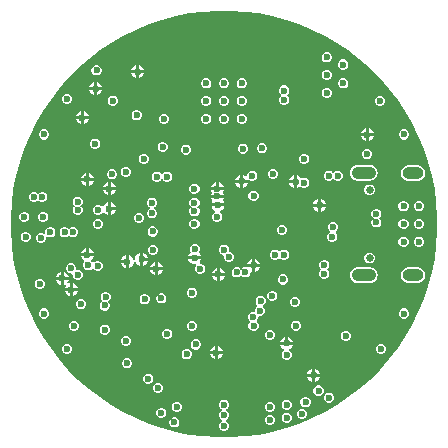
<source format=gbr>
%TF.GenerationSoftware,Altium Limited,Altium Designer,22.4.2 (48)*%
G04 Layer_Physical_Order=2*
G04 Layer_Color=16777062*
%FSLAX26Y26*%
%MOIN*%
%TF.SameCoordinates,E4631C7E-FC5E-4278-A014-371310923930*%
%TF.FilePolarity,Positive*%
%TF.FileFunction,Copper,L2,Inr,Signal*%
%TF.Part,Single*%
G01*
G75*
%TA.AperFunction,ComponentPad*%
%ADD52C,0.025591*%
%ADD53O,0.082677X0.041339*%
%ADD54O,0.070866X0.039370*%
%TA.AperFunction,ViaPad*%
%ADD55C,0.023622*%
G36*
X69740Y708081D02*
X115901Y702004D01*
X161566Y692920D01*
X206540Y680870D01*
X250628Y665904D01*
X293644Y648086D01*
X335402Y627493D01*
X375724Y604213D01*
X414437Y578346D01*
X451375Y550002D01*
X486381Y519303D01*
X519303Y486381D01*
X550002Y451375D01*
X578346Y414437D01*
X604213Y375724D01*
X627493Y335402D01*
X648086Y293644D01*
X665904Y250628D01*
X680870Y206540D01*
X692920Y161566D01*
X702004Y115901D01*
X708081Y69740D01*
X711126Y23280D01*
Y-23280D01*
X708081Y-69740D01*
X702004Y-115901D01*
X692920Y-161566D01*
X680870Y-206540D01*
X665904Y-250628D01*
X648086Y-293644D01*
X627493Y-335402D01*
X604213Y-375724D01*
X578346Y-414437D01*
X550002Y-451375D01*
X519303Y-486381D01*
X486381Y-519303D01*
X451375Y-550002D01*
X414437Y-578346D01*
X375724Y-604213D01*
X335402Y-627493D01*
X293644Y-648086D01*
X250628Y-665904D01*
X206540Y-680870D01*
X161566Y-692920D01*
X115901Y-702004D01*
X69740Y-708081D01*
X23280Y-711126D01*
X-23280D01*
X-69740Y-708081D01*
X-115901Y-702004D01*
X-161566Y-692920D01*
X-206540Y-680870D01*
X-250628Y-665904D01*
X-293644Y-648086D01*
X-335402Y-627493D01*
X-375724Y-604213D01*
X-414437Y-578346D01*
X-451375Y-550002D01*
X-486381Y-519303D01*
X-519303Y-486381D01*
X-550002Y-451375D01*
X-578346Y-414437D01*
X-604213Y-375724D01*
X-627493Y-335402D01*
X-648086Y-293644D01*
X-665904Y-250628D01*
X-680870Y-206540D01*
X-692920Y-161566D01*
X-702004Y-115901D01*
X-708081Y-69740D01*
X-711126Y-23280D01*
Y23280D01*
X-708081Y69740D01*
X-702004Y115901D01*
X-692920Y161566D01*
X-680870Y206540D01*
X-665904Y250628D01*
X-648086Y293644D01*
X-627493Y335402D01*
X-604213Y375724D01*
X-578346Y414437D01*
X-550002Y451375D01*
X-519303Y486381D01*
X-486381Y519303D01*
X-451375Y550002D01*
X-414437Y578346D01*
X-375724Y604213D01*
X-335402Y627493D01*
X-293644Y648086D01*
X-250628Y665904D01*
X-206540Y680870D01*
X-161566Y692920D01*
X-115901Y702004D01*
X-69740Y708081D01*
X-23280Y711126D01*
X23280D01*
X69740Y708081D01*
D02*
G37*
%LPC*%
G36*
X345864Y571929D02*
X339176D01*
X332997Y569370D01*
X328268Y564641D01*
X325709Y558462D01*
Y551774D01*
X328268Y545596D01*
X332997Y540866D01*
X339176Y538307D01*
X345864D01*
X352042Y540866D01*
X356771Y545596D01*
X359331Y551774D01*
Y558462D01*
X356771Y564641D01*
X352042Y569370D01*
X345864Y571929D01*
D02*
G37*
G36*
X400982Y548307D02*
X394294D01*
X388115Y545748D01*
X383386Y541019D01*
X380827Y534840D01*
Y528152D01*
X383386Y521973D01*
X388115Y517245D01*
X394294Y514685D01*
X400982D01*
X407160Y517245D01*
X411889Y521973D01*
X414449Y528152D01*
Y534840D01*
X411889Y541019D01*
X407160Y545748D01*
X400982Y548307D01*
D02*
G37*
G36*
X-282402Y529411D02*
Y512874D01*
X-265865D01*
X-268911Y520229D01*
X-275047Y526365D01*
X-282402Y529411D01*
D02*
G37*
G36*
X-292402D02*
X-299757Y526365D01*
X-305892Y520229D01*
X-308939Y512874D01*
X-292402D01*
Y529411D01*
D02*
G37*
G36*
X-421656Y528811D02*
X-428344D01*
X-434523Y526252D01*
X-439252Y521523D01*
X-441811Y515344D01*
Y508656D01*
X-439252Y502477D01*
X-434523Y497748D01*
X-428344Y495189D01*
X-421656D01*
X-415477Y497748D01*
X-410748Y502477D01*
X-408189Y508656D01*
Y515344D01*
X-410748Y521523D01*
X-415477Y526252D01*
X-421656Y528811D01*
D02*
G37*
G36*
X-265865Y502874D02*
X-282402D01*
Y486337D01*
X-275047Y489384D01*
X-268911Y495519D01*
X-265865Y502874D01*
D02*
G37*
G36*
X-292402D02*
X-308939D01*
X-305892Y495519D01*
X-299757Y489384D01*
X-292402Y486337D01*
Y502874D01*
D02*
G37*
G36*
X345864Y512874D02*
X339176D01*
X332997Y510315D01*
X328268Y505586D01*
X325709Y499407D01*
Y492719D01*
X328268Y486540D01*
X332997Y481811D01*
X339176Y479252D01*
X345864D01*
X352042Y481811D01*
X356771Y486540D01*
X359331Y492719D01*
Y499407D01*
X356771Y505586D01*
X352042Y510315D01*
X345864Y512874D01*
D02*
G37*
G36*
X-423000Y472537D02*
Y456000D01*
X-406463D01*
X-409510Y463355D01*
X-415645Y469490D01*
X-423000Y472537D01*
D02*
G37*
G36*
X-433000D02*
X-440355Y469490D01*
X-446490Y463355D01*
X-449537Y456000D01*
X-433000D01*
Y472537D01*
D02*
G37*
G36*
X400982Y485315D02*
X394294D01*
X388115Y482755D01*
X383386Y478026D01*
X380827Y471848D01*
Y465160D01*
X383386Y458981D01*
X388115Y454252D01*
X394294Y451693D01*
X400982D01*
X407160Y454252D01*
X411889Y458981D01*
X414449Y465160D01*
Y471848D01*
X411889Y478026D01*
X407160Y482755D01*
X400982Y485315D01*
D02*
G37*
G36*
X62399D02*
X55711D01*
X49532Y482755D01*
X44803Y478026D01*
X42244Y471848D01*
Y465160D01*
X44803Y458981D01*
X49532Y454252D01*
X55711Y451693D01*
X62399D01*
X68578Y454252D01*
X73307Y458981D01*
X75866Y465160D01*
Y471848D01*
X73307Y478026D01*
X68578Y482755D01*
X62399Y485315D01*
D02*
G37*
G36*
X3344D02*
X-3344D01*
X-9523Y482755D01*
X-14252Y478026D01*
X-16811Y471848D01*
Y465160D01*
X-14252Y458981D01*
X-9523Y454252D01*
X-3344Y451693D01*
X3344D01*
X9523Y454252D01*
X14252Y458981D01*
X16811Y465160D01*
Y471848D01*
X14252Y478026D01*
X9523Y482755D01*
X3344Y485315D01*
D02*
G37*
G36*
X-55711D02*
X-62399D01*
X-68578Y482755D01*
X-73307Y478026D01*
X-75866Y471848D01*
Y465160D01*
X-73307Y458981D01*
X-68578Y454252D01*
X-62399Y451693D01*
X-55711D01*
X-49532Y454252D01*
X-44803Y458981D01*
X-42244Y465160D01*
Y471848D01*
X-44803Y478026D01*
X-49532Y482755D01*
X-55711Y485315D01*
D02*
G37*
G36*
X-406463Y446000D02*
X-423000D01*
Y429463D01*
X-415645Y432510D01*
X-409510Y438645D01*
X-406463Y446000D01*
D02*
G37*
G36*
X-433000D02*
X-449537D01*
X-446490Y438645D01*
X-440355Y432510D01*
X-433000Y429463D01*
Y446000D01*
D02*
G37*
G36*
X345864Y453819D02*
X339176D01*
X332997Y451260D01*
X328268Y446531D01*
X325709Y440352D01*
Y433664D01*
X328268Y427485D01*
X332997Y422756D01*
X339176Y420197D01*
X345864D01*
X352042Y422756D01*
X356771Y427485D01*
X359331Y433664D01*
Y440352D01*
X356771Y446531D01*
X352042Y451260D01*
X345864Y453819D01*
D02*
G37*
G36*
X-520160Y434090D02*
X-526847D01*
X-533026Y431530D01*
X-537755Y426801D01*
X-540314Y420623D01*
Y413935D01*
X-537755Y407756D01*
X-533026Y403027D01*
X-526847Y400468D01*
X-520160D01*
X-513981Y403027D01*
X-509252Y407756D01*
X-506692Y413935D01*
Y420623D01*
X-509252Y426801D01*
X-513981Y431530D01*
X-520160Y434090D01*
D02*
G37*
G36*
X204131Y461693D02*
X197444D01*
X191265Y459134D01*
X186536Y454404D01*
X183976Y448226D01*
Y441538D01*
X186536Y435359D01*
X189554Y432341D01*
X190720Y429134D01*
X189554Y425927D01*
X186536Y422908D01*
X183976Y416730D01*
Y410042D01*
X186536Y403863D01*
X191265Y399134D01*
X197444Y396575D01*
X204131D01*
X210310Y399134D01*
X215039Y403863D01*
X217598Y410042D01*
Y416730D01*
X215039Y422908D01*
X212021Y425927D01*
X210854Y429134D01*
X212021Y432341D01*
X215039Y435359D01*
X217598Y441538D01*
Y448226D01*
X215039Y454404D01*
X210310Y459134D01*
X204131Y461693D01*
D02*
G37*
G36*
X-367856Y428147D02*
X-374544D01*
X-380723Y425588D01*
X-385452Y420859D01*
X-388011Y414680D01*
Y407993D01*
X-385452Y401814D01*
X-380723Y397085D01*
X-374544Y394526D01*
X-367856D01*
X-361678Y397085D01*
X-356949Y401814D01*
X-354389Y407993D01*
Y414680D01*
X-356949Y420859D01*
X-361678Y425588D01*
X-367856Y428147D01*
D02*
G37*
G36*
X523029Y426260D02*
X516341D01*
X510162Y423700D01*
X505433Y418971D01*
X502874Y412793D01*
Y406105D01*
X505433Y399926D01*
X510162Y395197D01*
X516341Y392638D01*
X523029D01*
X529208Y395197D01*
X533937Y399926D01*
X536496Y406105D01*
Y412793D01*
X533937Y418971D01*
X529208Y423700D01*
X523029Y426260D01*
D02*
G37*
G36*
X62399D02*
X55711D01*
X49532Y423700D01*
X44803Y418971D01*
X42244Y412793D01*
Y406105D01*
X44803Y399926D01*
X49532Y395197D01*
X55711Y392638D01*
X62399D01*
X68578Y395197D01*
X73307Y399926D01*
X75866Y406105D01*
Y412793D01*
X73307Y418971D01*
X68578Y423700D01*
X62399Y426260D01*
D02*
G37*
G36*
X3344D02*
X-3344D01*
X-9523Y423700D01*
X-14252Y418971D01*
X-16811Y412793D01*
Y406105D01*
X-14252Y399926D01*
X-9523Y395197D01*
X-3344Y392638D01*
X3344D01*
X9523Y395197D01*
X14252Y399926D01*
X16811Y406105D01*
Y412793D01*
X14252Y418971D01*
X9523Y423700D01*
X3344Y426260D01*
D02*
G37*
G36*
X-55711D02*
X-62399D01*
X-68578Y423700D01*
X-73307Y418971D01*
X-75866Y412793D01*
Y406105D01*
X-73307Y399926D01*
X-68578Y395197D01*
X-62399Y392638D01*
X-55711D01*
X-49532Y395197D01*
X-44803Y399926D01*
X-42244Y406105D01*
Y412793D01*
X-44803Y418971D01*
X-49532Y423700D01*
X-55711Y426260D01*
D02*
G37*
G36*
X-467000Y375537D02*
Y359000D01*
X-450463D01*
X-453510Y366355D01*
X-459645Y372490D01*
X-467000Y375537D01*
D02*
G37*
G36*
X-477000D02*
X-484355Y372490D01*
X-490490Y366355D01*
X-493537Y359000D01*
X-477000D01*
Y375537D01*
D02*
G37*
G36*
X-287995Y379016D02*
X-294683D01*
X-300861Y376456D01*
X-305590Y371727D01*
X-308150Y365549D01*
Y358861D01*
X-305590Y352682D01*
X-300861Y347953D01*
X-294683Y345394D01*
X-287995D01*
X-281816Y347953D01*
X-277087Y352682D01*
X-274528Y358861D01*
Y365549D01*
X-277087Y371727D01*
X-281816Y376456D01*
X-287995Y379016D01*
D02*
G37*
G36*
X62399Y367205D02*
X55711D01*
X49532Y364645D01*
X44803Y359916D01*
X42244Y353738D01*
Y347050D01*
X44803Y340871D01*
X49532Y336142D01*
X55711Y333583D01*
X62399D01*
X68578Y336142D01*
X73307Y340871D01*
X75866Y347050D01*
Y353738D01*
X73307Y359916D01*
X68578Y364645D01*
X62399Y367205D01*
D02*
G37*
G36*
X3344D02*
X-3344D01*
X-9523Y364645D01*
X-14252Y359916D01*
X-16811Y353738D01*
Y347050D01*
X-14252Y340871D01*
X-9523Y336142D01*
X-3344Y333583D01*
X3344D01*
X9523Y336142D01*
X14252Y340871D01*
X16811Y347050D01*
Y353738D01*
X14252Y359916D01*
X9523Y364645D01*
X3344Y367205D01*
D02*
G37*
G36*
X-55711D02*
X-62399D01*
X-68578Y364645D01*
X-73307Y359916D01*
X-75866Y353738D01*
Y347050D01*
X-73307Y340871D01*
X-68578Y336142D01*
X-62399Y333583D01*
X-55711D01*
X-49532Y336142D01*
X-44803Y340871D01*
X-42244Y347050D01*
Y353738D01*
X-44803Y359916D01*
X-49532Y364645D01*
X-55711Y367205D01*
D02*
G37*
G36*
X-197444D02*
X-204131D01*
X-210310Y364645D01*
X-215039Y359916D01*
X-217598Y353738D01*
Y347050D01*
X-215039Y340871D01*
X-210310Y336142D01*
X-204131Y333583D01*
X-197444D01*
X-191265Y336142D01*
X-186536Y340871D01*
X-183976Y347050D01*
Y353738D01*
X-186536Y359916D01*
X-191265Y364645D01*
X-197444Y367205D01*
D02*
G37*
G36*
X-450463Y349000D02*
X-467000D01*
Y332463D01*
X-459645Y335510D01*
X-453510Y341645D01*
X-450463Y349000D01*
D02*
G37*
G36*
X-477000D02*
X-493537D01*
X-490490Y341645D01*
X-484355Y335510D01*
X-477000Y332463D01*
Y349000D01*
D02*
G37*
G36*
X483000Y319537D02*
Y303000D01*
X499537D01*
X496490Y310355D01*
X490355Y316490D01*
X483000Y319537D01*
D02*
G37*
G36*
X473000D02*
X465645Y316490D01*
X459510Y310355D01*
X456463Y303000D01*
X473000D01*
Y319537D01*
D02*
G37*
G36*
X604040Y315223D02*
X597353D01*
X591174Y312664D01*
X586445Y307935D01*
X583885Y301756D01*
Y295068D01*
X586445Y288890D01*
X591174Y284161D01*
X597353Y281601D01*
X604040D01*
X610219Y284161D01*
X614948Y288890D01*
X617508Y295068D01*
Y301756D01*
X614948Y307935D01*
X610219Y312664D01*
X604040Y315223D01*
D02*
G37*
G36*
X-597352Y315223D02*
X-604040D01*
X-610219Y312664D01*
X-614948Y307935D01*
X-617507Y301756D01*
Y295068D01*
X-614948Y288890D01*
X-610219Y284161D01*
X-604040Y281601D01*
X-597352D01*
X-591174Y284161D01*
X-586445Y288890D01*
X-583885Y295068D01*
Y301756D01*
X-586445Y307935D01*
X-591174Y312664D01*
X-597352Y315223D01*
D02*
G37*
G36*
X499537Y293000D02*
X483000D01*
Y276463D01*
X490355Y279510D01*
X496490Y285645D01*
X499537Y293000D01*
D02*
G37*
G36*
X473000D02*
X456463D01*
X459510Y285645D01*
X465645Y279510D01*
X473000Y276463D01*
Y293000D01*
D02*
G37*
G36*
X-425790Y284527D02*
X-432478D01*
X-438656Y281968D01*
X-443385Y277239D01*
X-445945Y271060D01*
Y264373D01*
X-443385Y258194D01*
X-438656Y253465D01*
X-432478Y250905D01*
X-425790D01*
X-419611Y253465D01*
X-414882Y258194D01*
X-412323Y264373D01*
Y271060D01*
X-414882Y277239D01*
X-419611Y281968D01*
X-425790Y284527D01*
D02*
G37*
G36*
X-201381Y272716D02*
X-208068D01*
X-214247Y270157D01*
X-218976Y265428D01*
X-221535Y259249D01*
Y252562D01*
X-218976Y246383D01*
X-214247Y241654D01*
X-208068Y239095D01*
X-201381D01*
X-195202Y241654D01*
X-190473Y246383D01*
X-187913Y252562D01*
Y259249D01*
X-190473Y265428D01*
X-195202Y270157D01*
X-201381Y272716D01*
D02*
G37*
G36*
X129328Y268779D02*
X122640D01*
X116462Y266220D01*
X111733Y261491D01*
X109173Y255312D01*
Y248625D01*
X111733Y242446D01*
X116462Y237717D01*
X122640Y235157D01*
X129328D01*
X135507Y237717D01*
X140236Y242446D01*
X142795Y248625D01*
Y255312D01*
X140236Y261491D01*
X135507Y266220D01*
X129328Y268779D01*
D02*
G37*
G36*
X66035Y268104D02*
X59347D01*
X53168Y265545D01*
X48439Y260816D01*
X45880Y254637D01*
Y247949D01*
X48439Y241770D01*
X53168Y237041D01*
X59347Y234482D01*
X66035D01*
X72213Y237041D01*
X76942Y241770D01*
X79502Y247949D01*
Y254637D01*
X76942Y260816D01*
X72213Y265545D01*
X66035Y268104D01*
D02*
G37*
G36*
X-122640Y264842D02*
X-129328D01*
X-135507Y262283D01*
X-140236Y257554D01*
X-142795Y251375D01*
Y244688D01*
X-140236Y238509D01*
X-135507Y233780D01*
X-129328Y231220D01*
X-122640D01*
X-116462Y233780D01*
X-111733Y238509D01*
X-109173Y244688D01*
Y251375D01*
X-111733Y257554D01*
X-116462Y262283D01*
X-122640Y264842D01*
D02*
G37*
G36*
X479722Y249095D02*
X473034D01*
X466855Y246535D01*
X462126Y241806D01*
X459567Y235627D01*
Y228940D01*
X462126Y222761D01*
X466855Y218032D01*
X473034Y215472D01*
X479722D01*
X485901Y218032D01*
X490630Y222761D01*
X493189Y228940D01*
Y235627D01*
X490630Y241806D01*
X485901Y246535D01*
X479722Y249095D01*
D02*
G37*
G36*
X271060Y233346D02*
X264373D01*
X258194Y230787D01*
X253465Y226058D01*
X250905Y219879D01*
Y213191D01*
X253465Y207013D01*
X258194Y202284D01*
X264373Y199724D01*
X271060D01*
X277239Y202284D01*
X281968Y207013D01*
X284527Y213191D01*
Y219879D01*
X281968Y226058D01*
X277239Y230787D01*
X271060Y233346D01*
D02*
G37*
G36*
X-264373D02*
X-271060D01*
X-277239Y230787D01*
X-281968Y226058D01*
X-284527Y219879D01*
Y213191D01*
X-281968Y207013D01*
X-277239Y202284D01*
X-271060Y199724D01*
X-264373D01*
X-258194Y202284D01*
X-253465Y207013D01*
X-250905Y213191D01*
Y219879D01*
X-253465Y226058D01*
X-258194Y230787D01*
X-264373Y233346D01*
D02*
G37*
G36*
X382018Y177811D02*
X375330D01*
X369152Y175252D01*
X367604Y173703D01*
X364337Y170604D01*
X361071Y173703D01*
X359523Y175252D01*
X353344Y177811D01*
X346656D01*
X340477Y175252D01*
X335748Y170523D01*
X333189Y164344D01*
Y157656D01*
X335748Y151477D01*
X340477Y146748D01*
X346656Y144189D01*
X353344D01*
X359523Y146748D01*
X361071Y148297D01*
X364337Y151396D01*
X367604Y148297D01*
X369152Y146749D01*
X375330Y144189D01*
X382018D01*
X388197Y146749D01*
X392926Y151477D01*
X395485Y157656D01*
Y164344D01*
X392926Y170523D01*
X388197Y175252D01*
X382018Y177811D01*
D02*
G37*
G36*
X-185632Y174291D02*
X-192320D01*
X-198499Y171732D01*
X-203228Y167003D01*
X-203987Y165171D01*
X-209399D01*
X-210158Y167003D01*
X-214887Y171732D01*
X-221065Y174291D01*
X-227753D01*
X-233932Y171732D01*
X-238661Y167003D01*
X-241220Y160824D01*
Y154136D01*
X-238661Y147958D01*
X-233932Y143229D01*
X-227753Y140669D01*
X-221065D01*
X-214887Y143229D01*
X-210158Y147958D01*
X-209399Y149790D01*
X-203987D01*
X-203228Y147958D01*
X-198499Y143229D01*
X-192320Y140669D01*
X-185632D01*
X-179454Y143229D01*
X-174725Y147958D01*
X-172165Y154136D01*
Y160824D01*
X-174725Y167003D01*
X-179454Y171732D01*
X-185632Y174291D01*
D02*
G37*
G36*
X97832Y178228D02*
X91144D01*
X84966Y175669D01*
X80237Y170940D01*
X77677Y164761D01*
Y161027D01*
X72677Y158956D01*
X71410Y160223D01*
X64055Y163269D01*
Y146732D01*
X85065D01*
X85505Y146942D01*
X91144Y144606D01*
X97832D01*
X104011Y147166D01*
X108740Y151895D01*
X111299Y158073D01*
Y164761D01*
X108740Y170940D01*
X104011Y175669D01*
X97832Y178228D01*
D02*
G37*
G36*
X-324428Y190034D02*
X-331116D01*
X-337295Y187475D01*
X-342024Y182746D01*
X-344583Y176567D01*
Y169879D01*
X-342024Y163700D01*
X-337295Y158971D01*
X-331116Y156412D01*
X-324428D01*
X-318249Y158971D01*
X-313520Y163700D01*
X-310961Y169879D01*
Y176567D01*
X-313520Y182746D01*
X-318249Y187475D01*
X-324428Y190034D01*
D02*
G37*
G36*
X-451000Y170537D02*
Y154000D01*
X-434463D01*
X-437510Y161355D01*
X-443645Y167490D01*
X-451000Y170537D01*
D02*
G37*
G36*
X-461000D02*
X-468355Y167490D01*
X-474490Y161355D01*
X-477537Y154000D01*
X-461000D01*
Y170537D01*
D02*
G37*
G36*
X166605Y184009D02*
X159917D01*
X153739Y181450D01*
X149010Y176721D01*
X146450Y170542D01*
Y163854D01*
X149010Y157676D01*
X153739Y152947D01*
X159917Y150387D01*
X166605D01*
X172784Y152947D01*
X177513Y157676D01*
X180072Y163854D01*
Y170542D01*
X177513Y176721D01*
X172784Y181450D01*
X166605Y184009D01*
D02*
G37*
G36*
X-370672Y182165D02*
X-377360D01*
X-383538Y179606D01*
X-388267Y174877D01*
X-390827Y168698D01*
Y162010D01*
X-388267Y155832D01*
X-383538Y151103D01*
X-377360Y148543D01*
X-370672D01*
X-364493Y151103D01*
X-359764Y155832D01*
X-357205Y162010D01*
Y168698D01*
X-359764Y174877D01*
X-364493Y179606D01*
X-370672Y182165D01*
D02*
G37*
G36*
X54055Y163269D02*
X46700Y160223D01*
X40565Y154087D01*
X37518Y146732D01*
X54055D01*
Y163269D01*
D02*
G37*
G36*
X234195Y161734D02*
X226840Y158687D01*
X220705Y152552D01*
X217658Y145197D01*
X234195D01*
Y161734D01*
D02*
G37*
G36*
X645669Y195247D02*
X614173D01*
X604542Y193332D01*
X596376Y187876D01*
X590920Y179710D01*
X589005Y170079D01*
X590920Y160447D01*
X596376Y152282D01*
X604542Y146826D01*
X614173Y144910D01*
X645669D01*
X655301Y146826D01*
X663466Y152282D01*
X668922Y160447D01*
X670838Y170079D01*
X668922Y179710D01*
X663466Y187876D01*
X655301Y193332D01*
X645669Y195247D01*
D02*
G37*
G36*
X486024Y195970D02*
X444685D01*
X437984Y195087D01*
X431740Y192501D01*
X426377Y188386D01*
X422263Y183024D01*
X419676Y176780D01*
X418794Y170079D01*
X419676Y163378D01*
X422263Y157133D01*
X426377Y151771D01*
X431740Y147657D01*
X437984Y145070D01*
X444685Y144188D01*
X486024D01*
X492725Y145070D01*
X498969Y147657D01*
X504331Y151771D01*
X508446Y157133D01*
X511032Y163378D01*
X511914Y170079D01*
X511032Y176780D01*
X508446Y183024D01*
X504331Y188386D01*
X498969Y192501D01*
X492725Y195087D01*
X486024Y195970D01*
D02*
G37*
G36*
X-434463Y144000D02*
X-451000D01*
Y127463D01*
X-443645Y130510D01*
X-437510Y136645D01*
X-434463Y144000D01*
D02*
G37*
G36*
X-461000D02*
X-477537D01*
X-474490Y136645D01*
X-468355Y130510D01*
X-461000Y127463D01*
Y144000D01*
D02*
G37*
G36*
X-376890Y139647D02*
Y123110D01*
X-360353D01*
X-363399Y130465D01*
X-369535Y136601D01*
X-376890Y139647D01*
D02*
G37*
G36*
X-386890D02*
X-394245Y136601D01*
X-400380Y130465D01*
X-403427Y123110D01*
X-386890D01*
Y139647D01*
D02*
G37*
G36*
X-17364Y138811D02*
Y122274D01*
X-827D01*
X-3873Y129629D01*
X-10009Y135764D01*
X-17364Y138811D01*
D02*
G37*
G36*
X-27364D02*
X-34718Y135764D01*
X-40854Y129629D01*
X-43901Y122274D01*
X-27364D01*
Y138811D01*
D02*
G37*
G36*
X244195Y161734D02*
Y140197D01*
Y118660D01*
X251550Y121706D01*
X255791Y125947D01*
X258194Y123544D01*
X264373Y120984D01*
X271060D01*
X277239Y123544D01*
X281968Y128273D01*
X284527Y134451D01*
Y141139D01*
X281968Y147318D01*
X277239Y152047D01*
X271060Y154606D01*
X264373D01*
X262558Y153855D01*
X257688Y152552D01*
X254657Y155581D01*
X251550Y158687D01*
X244195Y161734D01*
D02*
G37*
G36*
X80592Y136732D02*
X64055D01*
Y120195D01*
X71410Y123242D01*
X77546Y129377D01*
X80592Y136732D01*
D02*
G37*
G36*
X54055D02*
X37518D01*
X40565Y129377D01*
X46700Y123242D01*
X54055Y120195D01*
Y136732D01*
D02*
G37*
G36*
X234195Y135197D02*
X217658D01*
X220705Y127842D01*
X226840Y121706D01*
X234195Y118660D01*
Y135197D01*
D02*
G37*
G36*
X-95081Y134921D02*
X-101769D01*
X-107948Y132362D01*
X-112677Y127633D01*
X-115236Y121454D01*
Y114766D01*
X-112677Y108588D01*
X-107948Y103859D01*
X-101769Y101299D01*
X-95081D01*
X-88903Y103859D01*
X-84174Y108588D01*
X-81614Y114766D01*
Y121454D01*
X-84174Y127633D01*
X-88903Y132362D01*
X-95081Y134921D01*
D02*
G37*
G36*
X-601892Y107362D02*
X-608580D01*
X-614759Y104803D01*
X-616281Y103281D01*
X-619547Y100131D01*
X-622814Y103281D01*
X-624336Y104803D01*
X-630514Y107362D01*
X-637202D01*
X-643381Y104803D01*
X-648110Y100074D01*
X-650669Y93895D01*
Y87207D01*
X-648110Y81029D01*
X-643381Y76300D01*
X-637202Y73740D01*
X-630514D01*
X-624336Y76300D01*
X-622814Y77822D01*
X-619547Y80971D01*
X-616281Y77822D01*
X-614759Y76300D01*
X-608580Y73740D01*
X-601892D01*
X-595714Y76300D01*
X-590985Y81029D01*
X-588425Y87207D01*
Y93895D01*
X-590985Y100074D01*
X-595714Y104803D01*
X-601892Y107362D01*
D02*
G37*
G36*
X-827Y112274D02*
X-43901D01*
X-40854Y104919D01*
X-40635Y104700D01*
X-40854Y104481D01*
X-43901Y97126D01*
X-827D01*
X-3873Y104481D01*
X-4092Y104700D01*
X-3873Y104919D01*
X-827Y112274D01*
D02*
G37*
G36*
X-360353Y113110D02*
X-376890D01*
Y96573D01*
X-369535Y99620D01*
X-363399Y105755D01*
X-360353Y113110D01*
D02*
G37*
G36*
X-386890D02*
X-403427D01*
X-400380Y105755D01*
X-394245Y99620D01*
X-386890Y96573D01*
Y113110D01*
D02*
G37*
G36*
X488579Y131575D02*
X481500D01*
X474959Y128866D01*
X469953Y123860D01*
X467244Y117319D01*
Y110240D01*
X469953Y103699D01*
X474959Y98693D01*
X481500Y95984D01*
X488579D01*
X495120Y98693D01*
X500125Y103699D01*
X502835Y110240D01*
Y117319D01*
X500125Y123860D01*
X495120Y128866D01*
X488579Y131575D01*
D02*
G37*
G36*
X101769Y111299D02*
X95081D01*
X88903Y108740D01*
X84174Y104011D01*
X81614Y97832D01*
Y91144D01*
X84174Y84966D01*
X88903Y80237D01*
X95081Y77677D01*
X101769D01*
X107948Y80237D01*
X112677Y84966D01*
X115236Y91144D01*
Y97832D01*
X112677Y104011D01*
X107948Y108740D01*
X101769Y111299D01*
D02*
G37*
G36*
X-827Y87126D02*
X-43901D01*
X-40854Y79771D01*
X-38051Y76968D01*
X-38640Y76380D01*
X-41686Y69025D01*
X1388D01*
X-1659Y76380D01*
X-4461Y79183D01*
X-3873Y79771D01*
X-827Y87126D01*
D02*
G37*
G36*
X323898Y84529D02*
Y67992D01*
X340435D01*
X337388Y75347D01*
X331252Y81483D01*
X323898Y84529D01*
D02*
G37*
G36*
X313898D02*
X306543Y81483D01*
X300407Y75347D01*
X297361Y67992D01*
X313898D01*
Y84529D01*
D02*
G37*
G36*
X-386890Y72718D02*
X-394245Y69672D01*
X-400380Y63536D01*
X-401643Y60488D01*
X-407541Y59315D01*
X-409477Y61252D01*
X-415656Y63811D01*
X-422344D01*
X-428523Y61252D01*
X-433252Y56523D01*
X-435811Y50344D01*
Y43656D01*
X-433252Y37477D01*
X-428523Y32748D01*
X-422344Y30189D01*
X-415656D01*
X-409477Y32748D01*
X-405091Y37134D01*
X-404061Y37504D01*
X-399247Y37693D01*
X-394245Y32691D01*
X-386890Y29644D01*
Y51181D01*
Y72718D01*
D02*
G37*
G36*
X-376890D02*
Y56181D01*
X-360353D01*
X-363399Y63536D01*
X-369535Y69672D01*
X-376890Y72718D01*
D02*
G37*
G36*
X652950Y75866D02*
X646262D01*
X640084Y73307D01*
X635355Y68578D01*
X632795Y62399D01*
Y55711D01*
X635355Y49532D01*
X640084Y44803D01*
X646262Y42244D01*
X652950D01*
X659129Y44803D01*
X663858Y49532D01*
X666417Y55711D01*
Y62399D01*
X663858Y68578D01*
X659129Y73307D01*
X652950Y75866D01*
D02*
G37*
G36*
X601769D02*
X595081D01*
X588903Y73307D01*
X584174Y68578D01*
X581614Y62399D01*
Y55711D01*
X584174Y49532D01*
X588903Y44803D01*
X595081Y42244D01*
X601769D01*
X607948Y44803D01*
X612677Y49532D01*
X615236Y55711D01*
Y62399D01*
X612677Y68578D01*
X607948Y73307D01*
X601769Y75866D01*
D02*
G37*
G36*
X340435Y57992D02*
X323898D01*
Y41455D01*
X331252Y44502D01*
X337388Y50637D01*
X340435Y57992D01*
D02*
G37*
G36*
X313898D02*
X297361D01*
X300407Y50637D01*
X306543Y44502D01*
X313898Y41455D01*
Y57992D01*
D02*
G37*
G36*
X-360353Y46181D02*
X-376890D01*
Y29644D01*
X-369535Y32691D01*
X-363399Y38826D01*
X-360353Y46181D01*
D02*
G37*
G36*
X-484845Y91614D02*
X-491533D01*
X-497712Y89055D01*
X-502441Y84326D01*
X-505000Y78147D01*
Y71459D01*
X-502441Y65281D01*
X-500919Y63758D01*
X-497769Y60492D01*
X-500919Y57226D01*
X-502441Y55704D01*
X-505000Y49525D01*
Y42837D01*
X-502441Y36658D01*
X-497712Y31930D01*
X-491533Y29370D01*
X-484845D01*
X-478666Y31930D01*
X-473937Y36658D01*
X-471378Y42837D01*
Y49525D01*
X-473937Y55704D01*
X-475459Y57226D01*
X-478609Y60492D01*
X-475459Y63758D01*
X-473937Y65281D01*
X-471378Y71459D01*
Y78147D01*
X-473937Y84326D01*
X-478666Y89055D01*
X-484845Y91614D01*
D02*
G37*
G36*
X-95081Y87677D02*
X-101769D01*
X-107948Y85118D01*
X-112677Y80389D01*
X-115236Y74210D01*
Y67522D01*
X-112677Y61343D01*
X-111155Y59822D01*
X-108005Y56555D01*
X-111155Y53289D01*
X-112677Y51767D01*
X-115236Y45588D01*
Y38900D01*
X-112677Y32721D01*
X-107948Y27992D01*
X-101769Y25433D01*
X-95081D01*
X-88903Y27992D01*
X-84174Y32721D01*
X-81614Y38900D01*
Y45588D01*
X-84174Y51767D01*
X-85696Y53289D01*
X-88845Y56555D01*
X-85696Y59822D01*
X-84174Y61343D01*
X-81614Y67522D01*
Y74210D01*
X-84174Y80389D01*
X-88903Y85118D01*
X-95081Y87677D01*
D02*
G37*
G36*
X-236814D02*
X-243501D01*
X-249680Y85118D01*
X-254409Y80389D01*
X-256969Y74210D01*
Y67522D01*
X-254409Y61343D01*
X-249680Y56614D01*
X-247486Y55706D01*
Y50294D01*
X-248956Y49685D01*
X-253685Y44956D01*
X-256244Y38777D01*
Y32089D01*
X-253685Y25910D01*
X-248956Y21181D01*
X-242777Y18622D01*
X-236089D01*
X-229911Y21181D01*
X-225181Y25910D01*
X-222622Y32089D01*
Y38777D01*
X-225181Y44956D01*
X-229911Y49685D01*
X-232105Y50594D01*
Y56006D01*
X-230635Y56614D01*
X-225906Y61343D01*
X-223346Y67522D01*
Y74210D01*
X-225906Y80389D01*
X-230635Y85118D01*
X-236814Y87677D01*
D02*
G37*
G36*
X1388Y59025D02*
X-41686D01*
X-38640Y51670D01*
X-32504Y45535D01*
X-29480Y44282D01*
X-29480Y38870D01*
X-31886Y37874D01*
X-36615Y33145D01*
X-39175Y26966D01*
Y20278D01*
X-36615Y14099D01*
X-31886Y9370D01*
X-25707Y6811D01*
X-19020D01*
X-12841Y9370D01*
X-8112Y14099D01*
X-5553Y20278D01*
Y26966D01*
X-8112Y33145D01*
X-12841Y37874D01*
X-13033Y37953D01*
Y43365D01*
X-7794Y45535D01*
X-1659Y51670D01*
X1388Y59025D01*
D02*
G37*
G36*
X-599018Y40433D02*
X-605706D01*
X-611885Y37874D01*
X-616614Y33145D01*
X-619173Y26966D01*
Y20278D01*
X-616614Y14099D01*
X-611885Y9370D01*
X-605706Y6811D01*
X-599018D01*
X-592840Y9370D01*
X-588111Y14099D01*
X-585551Y20278D01*
Y26966D01*
X-588111Y33145D01*
X-592840Y37874D01*
X-599018Y40433D01*
D02*
G37*
G36*
X-662010D02*
X-668698D01*
X-674877Y37874D01*
X-679606Y33145D01*
X-682165Y26966D01*
Y20278D01*
X-679606Y14099D01*
X-674877Y9370D01*
X-668698Y6811D01*
X-662010D01*
X-655832Y9370D01*
X-651103Y14099D01*
X-648543Y20278D01*
Y26966D01*
X-651103Y33145D01*
X-655832Y37874D01*
X-662010Y40433D01*
D02*
G37*
G36*
X-280120Y37401D02*
X-286808D01*
X-292987Y34842D01*
X-297716Y30113D01*
X-300275Y23934D01*
Y17247D01*
X-297716Y11068D01*
X-292987Y6339D01*
X-286808Y3780D01*
X-280120D01*
X-273942Y6339D01*
X-269213Y11068D01*
X-266653Y17247D01*
Y23934D01*
X-269213Y30113D01*
X-273942Y34842D01*
X-280120Y37401D01*
D02*
G37*
G36*
X511344Y50811D02*
X504656D01*
X498477Y48252D01*
X493748Y43523D01*
X491189Y37344D01*
Y30656D01*
X493748Y24477D01*
X495270Y22955D01*
X498420Y19689D01*
X495270Y16423D01*
X493748Y14901D01*
X491189Y8722D01*
Y2034D01*
X493748Y-4145D01*
X498477Y-8874D01*
X504656Y-11433D01*
X511344D01*
X517523Y-8874D01*
X522252Y-4145D01*
X524811Y2034D01*
Y8722D01*
X522252Y14901D01*
X520730Y16423D01*
X517580Y19689D01*
X520730Y22955D01*
X522252Y24477D01*
X524811Y30656D01*
Y37344D01*
X522252Y43523D01*
X517523Y48252D01*
X511344Y50811D01*
D02*
G37*
G36*
X652950Y16811D02*
X646262D01*
X640084Y14252D01*
X635355Y9523D01*
X632795Y3344D01*
Y-3344D01*
X635355Y-9523D01*
X640084Y-14252D01*
X646262Y-16811D01*
X652950D01*
X659129Y-14252D01*
X663858Y-9523D01*
X666417Y-3344D01*
Y3344D01*
X663858Y9523D01*
X659129Y14252D01*
X652950Y16811D01*
D02*
G37*
G36*
X601769D02*
X595081D01*
X588903Y14252D01*
X584174Y9523D01*
X581614Y3344D01*
Y-3344D01*
X584174Y-9523D01*
X588903Y-14252D01*
X595081Y-16811D01*
X601769D01*
X607948Y-14252D01*
X612677Y-9523D01*
X615236Y-3344D01*
Y3344D01*
X612677Y9523D01*
X607948Y14252D01*
X601769Y16811D01*
D02*
G37*
G36*
X-95081D02*
X-101769D01*
X-107948Y14252D01*
X-112677Y9523D01*
X-115236Y3344D01*
Y-3344D01*
X-112677Y-9523D01*
X-107948Y-14252D01*
X-101769Y-16811D01*
X-95081D01*
X-88903Y-14252D01*
X-84174Y-9523D01*
X-81614Y-3344D01*
Y3344D01*
X-84174Y9523D01*
X-88903Y14252D01*
X-95081Y16811D01*
D02*
G37*
G36*
X-416656D02*
X-423344D01*
X-429523Y14252D01*
X-434252Y9523D01*
X-436811Y3344D01*
Y-3344D01*
X-434252Y-9523D01*
X-429523Y-14252D01*
X-423344Y-16811D01*
X-416656D01*
X-410477Y-14252D01*
X-405748Y-9523D01*
X-403189Y-3344D01*
Y3344D01*
X-405748Y9523D01*
X-410477Y14252D01*
X-416656Y16811D01*
D02*
G37*
G36*
X-499506Y-10748D02*
X-506193D01*
X-512372Y-13307D01*
X-513894Y-14829D01*
X-517160Y-17979D01*
X-520427Y-14829D01*
X-521949Y-13307D01*
X-528128Y-10748D01*
X-534815D01*
X-540994Y-13307D01*
X-545723Y-18037D01*
X-548283Y-24215D01*
Y-30903D01*
X-545723Y-37082D01*
X-540994Y-41811D01*
X-534815Y-44370D01*
X-528128D01*
X-521949Y-41811D01*
X-520427Y-40289D01*
X-517160Y-37139D01*
X-513894Y-40289D01*
X-512372Y-41811D01*
X-506193Y-44370D01*
X-499506D01*
X-493327Y-41811D01*
X-488598Y-37082D01*
X-486038Y-30903D01*
Y-24215D01*
X-488598Y-18037D01*
X-493327Y-13307D01*
X-499506Y-10748D01*
D02*
G37*
G36*
X-575396D02*
X-582084D01*
X-588263Y-13307D01*
X-592992Y-18037D01*
X-595551Y-24215D01*
Y-30903D01*
X-595423Y-31212D01*
X-599662Y-34044D01*
X-600714Y-32992D01*
X-606892Y-30433D01*
X-613580D01*
X-619759Y-32992D01*
X-624488Y-37721D01*
X-627047Y-43900D01*
Y-50588D01*
X-624488Y-56767D01*
X-619759Y-61496D01*
X-613580Y-64055D01*
X-606892D01*
X-600714Y-61496D01*
X-595985Y-56767D01*
X-593425Y-50588D01*
Y-43900D01*
X-593553Y-43592D01*
X-589314Y-40759D01*
X-588263Y-41811D01*
X-582084Y-44370D01*
X-575396D01*
X-569218Y-41811D01*
X-564489Y-37082D01*
X-561929Y-30903D01*
Y-24215D01*
X-564489Y-18037D01*
X-569218Y-13307D01*
X-575396Y-10748D01*
D02*
G37*
G36*
X196540Y-3068D02*
X189852D01*
X183673Y-5627D01*
X178944Y-10356D01*
X176385Y-16535D01*
Y-23223D01*
X178944Y-29401D01*
X183673Y-34130D01*
X189852Y-36690D01*
X196540D01*
X202719Y-34130D01*
X207447Y-29401D01*
X210007Y-23223D01*
Y-16535D01*
X207447Y-10356D01*
X202719Y-5627D01*
X196540Y-3068D01*
D02*
G37*
G36*
X-234656Y-8189D02*
X-241344D01*
X-247523Y-10748D01*
X-252252Y-15477D01*
X-254811Y-21656D01*
Y-28344D01*
X-252252Y-34523D01*
X-247523Y-39252D01*
X-241344Y-41811D01*
X-234656D01*
X-228477Y-39252D01*
X-223748Y-34523D01*
X-221189Y-28344D01*
Y-21656D01*
X-223748Y-15477D01*
X-228477Y-10748D01*
X-234656Y-8189D01*
D02*
G37*
G36*
X366344Y6811D02*
X359656D01*
X353477Y4252D01*
X348748Y-477D01*
X346189Y-6656D01*
Y-13344D01*
X348748Y-19523D01*
X352244Y-23019D01*
X351927Y-27737D01*
X351477Y-28748D01*
X346748Y-33477D01*
X344189Y-39656D01*
Y-46344D01*
X346748Y-52523D01*
X351477Y-57252D01*
X357656Y-59811D01*
X364344D01*
X370523Y-57252D01*
X375252Y-52523D01*
X377811Y-46344D01*
Y-39656D01*
X375252Y-33477D01*
X371756Y-29981D01*
X372073Y-25263D01*
X372523Y-24252D01*
X377252Y-19523D01*
X379811Y-13344D01*
Y-6656D01*
X377252Y-477D01*
X372523Y4252D01*
X366344Y6811D01*
D02*
G37*
G36*
X-658073Y-26496D02*
X-664761D01*
X-670940Y-29055D01*
X-675669Y-33785D01*
X-678228Y-39963D01*
Y-46651D01*
X-675669Y-52830D01*
X-670940Y-57559D01*
X-664761Y-60118D01*
X-658073D01*
X-651895Y-57559D01*
X-647166Y-52830D01*
X-644606Y-46651D01*
Y-39963D01*
X-647166Y-33785D01*
X-651895Y-29055D01*
X-658073Y-26496D01*
D02*
G37*
G36*
X652950Y-42244D02*
X646262D01*
X640084Y-44803D01*
X635355Y-49532D01*
X632795Y-55711D01*
Y-62399D01*
X635355Y-68578D01*
X640084Y-73307D01*
X646262Y-75866D01*
X652950D01*
X659129Y-73307D01*
X663858Y-68578D01*
X666417Y-62399D01*
Y-55711D01*
X663858Y-49532D01*
X659129Y-44803D01*
X652950Y-42244D01*
D02*
G37*
G36*
X601769D02*
X595081D01*
X588903Y-44803D01*
X584174Y-49532D01*
X581614Y-55711D01*
Y-62399D01*
X584174Y-68578D01*
X588903Y-73307D01*
X595081Y-75866D01*
X601769D01*
X607948Y-73307D01*
X612677Y-68578D01*
X615236Y-62399D01*
Y-55711D01*
X612677Y-49532D01*
X607948Y-44803D01*
X601769Y-42244D01*
D02*
G37*
G36*
X204131Y-85551D02*
X197444D01*
X191265Y-88111D01*
X188246Y-91129D01*
X185039Y-92295D01*
X181832Y-91129D01*
X178814Y-88111D01*
X172635Y-85551D01*
X165947D01*
X159769Y-88111D01*
X155040Y-92840D01*
X152480Y-99018D01*
Y-105706D01*
X155040Y-111885D01*
X159769Y-116614D01*
X165947Y-119173D01*
X172635D01*
X178814Y-116614D01*
X181832Y-113595D01*
X185039Y-112429D01*
X188246Y-113595D01*
X191265Y-116614D01*
X197444Y-119173D01*
X204131D01*
X210310Y-116614D01*
X215039Y-111885D01*
X217598Y-105706D01*
Y-99018D01*
X215039Y-92840D01*
X210310Y-88111D01*
X204131Y-85551D01*
D02*
G37*
G36*
X-451000Y-80463D02*
Y-97000D01*
X-434463D01*
X-437510Y-89645D01*
X-443645Y-83510D01*
X-451000Y-80463D01*
D02*
G37*
G36*
X-461000D02*
X-468355Y-83510D01*
X-474490Y-89645D01*
X-477537Y-97000D01*
X-461000D01*
Y-80463D01*
D02*
G37*
G36*
X-233656Y-70189D02*
X-240344D01*
X-246523Y-72748D01*
X-251252Y-77477D01*
X-253811Y-83656D01*
Y-90344D01*
X-251252Y-96523D01*
X-246523Y-101252D01*
X-240344Y-103811D01*
X-233656D01*
X-227477Y-101252D01*
X-222748Y-96523D01*
X-220189Y-90344D01*
Y-83656D01*
X-222748Y-77477D01*
X-227477Y-72748D01*
X-233656Y-70189D01*
D02*
G37*
G36*
X-93656Y-66189D02*
X-100344D01*
X-106523Y-68748D01*
X-111252Y-73477D01*
X-113811Y-79656D01*
Y-86344D01*
X-112240Y-90137D01*
X-112035Y-90632D01*
X-112034Y-90633D01*
X-111252Y-92523D01*
X-112778Y-97901D01*
X-112848Y-97979D01*
X-115490Y-100621D01*
X-118537Y-107976D01*
X-75463D01*
X-78510Y-100621D01*
X-81219Y-97912D01*
X-82748Y-92523D01*
X-81965Y-90632D01*
X-80189Y-86344D01*
Y-79656D01*
X-82748Y-73477D01*
X-87477Y-68748D01*
X-93656Y-66189D01*
D02*
G37*
G36*
X-269987Y-95486D02*
Y-112023D01*
X-253450D01*
X-256496Y-104668D01*
X-262632Y-98532D01*
X-269987Y-95486D01*
D02*
G37*
G36*
X-279987D02*
X-287342Y-98532D01*
X-293477Y-104668D01*
X-296798Y-112684D01*
Y-118367D01*
X-296798Y-118782D01*
X-301798Y-119776D01*
X-301987Y-119319D01*
X-304344Y-113629D01*
X-310480Y-107494D01*
X-317835Y-104447D01*
Y-125984D01*
Y-147521D01*
X-310480Y-144475D01*
X-304344Y-138339D01*
X-301024Y-130323D01*
Y-124640D01*
X-301023Y-124225D01*
X-296024Y-123231D01*
X-295834Y-123688D01*
X-293477Y-129378D01*
X-287342Y-135513D01*
X-279987Y-138560D01*
Y-117023D01*
Y-95486D01*
D02*
G37*
G36*
X-327835Y-104447D02*
X-335190Y-107494D01*
X-341325Y-113629D01*
X-344372Y-120984D01*
X-327835D01*
Y-104447D01*
D02*
G37*
G36*
X4376Y-68872D02*
X-2312D01*
X-8491Y-71432D01*
X-13220Y-76161D01*
X-15779Y-82339D01*
Y-89027D01*
X-13220Y-95206D01*
X-8491Y-99935D01*
X-3614Y-101955D01*
X-296Y-107011D01*
X-350Y-107141D01*
Y-113828D01*
X2210Y-120007D01*
X6939Y-124736D01*
X13117Y-127295D01*
X19805D01*
X25984Y-124736D01*
X30713Y-120007D01*
X33272Y-113828D01*
Y-107141D01*
X30713Y-100962D01*
X25984Y-96233D01*
X21107Y-94213D01*
X17790Y-89156D01*
X17843Y-89027D01*
Y-82339D01*
X15284Y-76161D01*
X10555Y-71432D01*
X4376Y-68872D01*
D02*
G37*
G36*
X488579Y-95984D02*
X481500D01*
X474959Y-98693D01*
X469953Y-103699D01*
X467244Y-110240D01*
Y-117319D01*
X469953Y-123860D01*
X474959Y-128866D01*
X481500Y-131575D01*
X488579D01*
X495120Y-128866D01*
X500125Y-123860D01*
X502835Y-117319D01*
Y-110240D01*
X500125Y-103699D01*
X495120Y-98693D01*
X488579Y-95984D01*
D02*
G37*
G36*
X103425Y-116258D02*
Y-132795D01*
X119962D01*
X116916Y-125440D01*
X110780Y-119305D01*
X103425Y-116258D01*
D02*
G37*
G36*
X93425D02*
X86070Y-119305D01*
X79935Y-125440D01*
X76888Y-132795D01*
X93425D01*
Y-116258D01*
D02*
G37*
G36*
X-253450Y-122023D02*
X-269987D01*
Y-138560D01*
X-262632Y-135513D01*
X-256496Y-129378D01*
X-253450Y-122023D01*
D02*
G37*
G36*
X-220606Y-128069D02*
Y-144606D01*
X-204069D01*
X-207116Y-137251D01*
X-213251Y-131116D01*
X-220606Y-128069D01*
D02*
G37*
G36*
X-230606D02*
X-237961Y-131116D01*
X-244097Y-137251D01*
X-247143Y-144606D01*
X-230606D01*
Y-128069D01*
D02*
G37*
G36*
X-327835Y-130984D02*
X-344372D01*
X-341325Y-138339D01*
X-335190Y-144475D01*
X-327835Y-147521D01*
Y-130984D01*
D02*
G37*
G36*
X93425Y-142795D02*
X75196D01*
X75088Y-142994D01*
X72226Y-144606D01*
X67522D01*
X61343Y-147166D01*
X59822Y-148688D01*
X56555Y-151837D01*
X53289Y-148688D01*
X51767Y-147166D01*
X45588Y-144606D01*
X38900D01*
X32721Y-147166D01*
X27992Y-151895D01*
X25433Y-158073D01*
Y-164761D01*
X27992Y-170940D01*
X32721Y-175669D01*
X38900Y-178228D01*
X45588D01*
X51767Y-175669D01*
X53289Y-174147D01*
X56555Y-170997D01*
X59822Y-174147D01*
X61343Y-175669D01*
X67522Y-178228D01*
X74210D01*
X80389Y-175669D01*
X85118Y-170940D01*
X87677Y-164761D01*
Y-162363D01*
X92677Y-159022D01*
X93425Y-159332D01*
Y-142795D01*
D02*
G37*
G36*
X-434463Y-107000D02*
X-477537D01*
X-474490Y-114355D01*
X-468355Y-120490D01*
X-466899Y-121093D01*
X-465726Y-126991D01*
X-467007Y-128273D01*
X-469567Y-134451D01*
Y-141139D01*
X-467007Y-147318D01*
X-462279Y-152047D01*
X-456100Y-154606D01*
X-449412D01*
X-443233Y-152047D01*
X-440855Y-149668D01*
X-435695Y-149509D01*
X-434834Y-150180D01*
X-430782Y-154232D01*
X-424604Y-156791D01*
X-417916D01*
X-411737Y-154232D01*
X-407008Y-149503D01*
X-404449Y-143324D01*
Y-136636D01*
X-407008Y-130458D01*
X-411737Y-125729D01*
X-417916Y-123169D01*
X-424604D01*
X-430782Y-125729D01*
X-433161Y-128107D01*
X-438320Y-128267D01*
X-439182Y-127595D01*
X-441699Y-125078D01*
X-442879Y-122297D01*
X-441856Y-118702D01*
X-437510Y-114355D01*
X-434463Y-107000D01*
D02*
G37*
G36*
X119962Y-142795D02*
X103425D01*
Y-159332D01*
X110780Y-156286D01*
X116916Y-150150D01*
X119962Y-142795D01*
D02*
G37*
G36*
X-13840Y-146156D02*
Y-162693D01*
X2697D01*
X-350Y-155338D01*
X-6485Y-149203D01*
X-13840Y-146156D01*
D02*
G37*
G36*
X-23840D02*
X-31195Y-149203D01*
X-37331Y-155338D01*
X-40377Y-162693D01*
X-23840D01*
Y-146156D01*
D02*
G37*
G36*
X-75463Y-117976D02*
X-118537D01*
X-115490Y-125331D01*
X-109355Y-131466D01*
X-101338Y-134787D01*
X-94766D01*
X-92695Y-139787D01*
X-92992Y-140084D01*
X-95551Y-146262D01*
Y-152950D01*
X-92992Y-159129D01*
X-88263Y-163858D01*
X-82084Y-166417D01*
X-75396D01*
X-69218Y-163858D01*
X-64489Y-159129D01*
X-61929Y-152950D01*
Y-146262D01*
X-64489Y-140084D01*
X-69218Y-135355D01*
X-75396Y-132795D01*
X-78903D01*
X-80974Y-127795D01*
X-78510Y-125331D01*
X-75463Y-117976D01*
D02*
G37*
G36*
X-204069Y-154606D02*
X-220606D01*
Y-171143D01*
X-213251Y-168097D01*
X-207116Y-161961D01*
X-204069Y-154606D01*
D02*
G37*
G36*
X-230606D02*
X-247143D01*
X-244097Y-161961D01*
X-237961Y-168097D01*
X-230606Y-171143D01*
Y-154606D01*
D02*
G37*
G36*
X-534370Y-159565D02*
Y-176102D01*
X-517833D01*
X-520880Y-168748D01*
X-527015Y-162612D01*
X-534370Y-159565D01*
D02*
G37*
G36*
X-544370D02*
X-551725Y-162612D01*
X-557861Y-168748D01*
X-560907Y-176102D01*
X-544370D01*
Y-159565D01*
D02*
G37*
G36*
X337990Y-120984D02*
X331302D01*
X325123Y-123544D01*
X320394Y-128273D01*
X317835Y-134451D01*
Y-141139D01*
X320394Y-147318D01*
X324651Y-151575D01*
X320394Y-155832D01*
X317835Y-162010D01*
Y-168698D01*
X320394Y-174877D01*
X325123Y-179606D01*
X331302Y-182165D01*
X337990D01*
X344168Y-179606D01*
X348897Y-174877D01*
X351457Y-168698D01*
Y-162010D01*
X348897Y-155832D01*
X344640Y-151575D01*
X348897Y-147318D01*
X351457Y-141139D01*
Y-134451D01*
X348897Y-128273D01*
X344168Y-123544D01*
X337990Y-120984D01*
D02*
G37*
G36*
X-506880Y-131208D02*
X-513568D01*
X-519746Y-133767D01*
X-524475Y-138496D01*
X-527035Y-144675D01*
Y-151363D01*
X-524475Y-157542D01*
X-519746Y-162271D01*
X-513568Y-164830D01*
X-509619D01*
X-506581Y-165565D01*
X-505000Y-169449D01*
Y-172635D01*
X-502441Y-178814D01*
X-497712Y-183543D01*
X-491533Y-186102D01*
X-484845D01*
X-478666Y-183543D01*
X-473937Y-178814D01*
X-471378Y-172635D01*
Y-165947D01*
X-473937Y-159769D01*
X-478666Y-155040D01*
X-484845Y-152480D01*
X-488793D01*
X-491832Y-151745D01*
X-493413Y-147861D01*
Y-144675D01*
X-495972Y-138496D01*
X-500701Y-133767D01*
X-506880Y-131208D01*
D02*
G37*
G36*
X2697Y-172693D02*
X-13840D01*
Y-189230D01*
X-6485Y-186184D01*
X-350Y-180048D01*
X2697Y-172693D01*
D02*
G37*
G36*
X-23840D02*
X-40377D01*
X-37331Y-180048D01*
X-31195Y-186184D01*
X-23840Y-189230D01*
Y-172693D01*
D02*
G37*
G36*
X645669Y-144910D02*
X614173D01*
X604542Y-146826D01*
X596376Y-152282D01*
X590920Y-160447D01*
X589005Y-170079D01*
X590920Y-179710D01*
X596376Y-187876D01*
X604542Y-193332D01*
X614173Y-195247D01*
X645669D01*
X655301Y-193332D01*
X663466Y-187876D01*
X668922Y-179710D01*
X670838Y-170079D01*
X668922Y-160447D01*
X663466Y-152282D01*
X655301Y-146826D01*
X645669Y-144910D01*
D02*
G37*
G36*
X486024Y-144188D02*
X444685D01*
X437984Y-145070D01*
X431740Y-147657D01*
X426377Y-151771D01*
X422263Y-157133D01*
X419676Y-163378D01*
X418794Y-170079D01*
X419676Y-176780D01*
X422263Y-183024D01*
X426377Y-188386D01*
X431740Y-192501D01*
X437984Y-195087D01*
X444685Y-195970D01*
X486024D01*
X492725Y-195087D01*
X498969Y-192501D01*
X504331Y-188386D01*
X508446Y-183024D01*
X511032Y-176780D01*
X511914Y-170079D01*
X511032Y-163378D01*
X508446Y-157133D01*
X504331Y-151771D01*
X498969Y-147657D01*
X492725Y-145070D01*
X486024Y-144188D01*
D02*
G37*
G36*
X200194Y-168228D02*
X193506D01*
X187328Y-170788D01*
X182599Y-175517D01*
X180039Y-181696D01*
Y-188383D01*
X182599Y-194562D01*
X187328Y-199291D01*
X193506Y-201850D01*
X200194D01*
X206373Y-199291D01*
X211102Y-194562D01*
X213661Y-188383D01*
Y-181696D01*
X211102Y-175517D01*
X206373Y-170788D01*
X200194Y-168228D01*
D02*
G37*
G36*
X-544370Y-186102D02*
X-560907D01*
X-557861Y-193457D01*
X-551725Y-199593D01*
X-544370Y-202639D01*
Y-186102D01*
D02*
G37*
G36*
X-504718Y-196842D02*
Y-213379D01*
X-488181D01*
X-491227Y-206024D01*
X-497363Y-199889D01*
X-504718Y-196842D01*
D02*
G37*
G36*
X-517833Y-186102D02*
X-534370D01*
Y-202639D01*
X-530144Y-200889D01*
X-527312Y-205128D01*
X-528208Y-206024D01*
X-531255Y-213379D01*
X-514718D01*
Y-196842D01*
X-518944Y-198593D01*
X-521776Y-194354D01*
X-520880Y-193457D01*
X-517833Y-186102D01*
D02*
G37*
G36*
X-610829Y-183976D02*
X-617517D01*
X-623696Y-186536D01*
X-628425Y-191265D01*
X-630984Y-197444D01*
Y-204131D01*
X-628425Y-210310D01*
X-623696Y-215039D01*
X-617517Y-217598D01*
X-610829D01*
X-604651Y-215039D01*
X-599922Y-210310D01*
X-597362Y-204131D01*
Y-197444D01*
X-599922Y-191265D01*
X-604651Y-186536D01*
X-610829Y-183976D01*
D02*
G37*
G36*
X-488181Y-223379D02*
X-504718D01*
Y-239916D01*
X-497363Y-236870D01*
X-491227Y-230734D01*
X-488181Y-223379D01*
D02*
G37*
G36*
X-514718D02*
X-531255D01*
X-528208Y-230734D01*
X-522073Y-236870D01*
X-514718Y-239916D01*
Y-223379D01*
D02*
G37*
G36*
X-102955Y-212224D02*
X-109643D01*
X-115822Y-214784D01*
X-120551Y-219513D01*
X-123110Y-225691D01*
Y-232379D01*
X-120551Y-238558D01*
X-115822Y-243287D01*
X-109643Y-245846D01*
X-102955D01*
X-96777Y-243287D01*
X-92048Y-238558D01*
X-89488Y-232379D01*
Y-225691D01*
X-92048Y-219513D01*
X-96777Y-214784D01*
X-102955Y-212224D01*
D02*
G37*
G36*
X164761Y-223346D02*
X158073D01*
X151895Y-225906D01*
X147166Y-230635D01*
X144606Y-236814D01*
Y-243501D01*
X147166Y-249680D01*
X151895Y-254409D01*
X158073Y-256969D01*
X164761D01*
X170940Y-254409D01*
X175669Y-249680D01*
X178228Y-243501D01*
Y-236814D01*
X175669Y-230635D01*
X170940Y-225906D01*
X164761Y-223346D01*
D02*
G37*
G36*
X-205317Y-231220D02*
X-212005D01*
X-218184Y-233780D01*
X-222913Y-238509D01*
X-225472Y-244688D01*
Y-251375D01*
X-222913Y-257554D01*
X-218184Y-262283D01*
X-212005Y-264842D01*
X-205317D01*
X-199139Y-262283D01*
X-194410Y-257554D01*
X-191850Y-251375D01*
Y-244688D01*
X-194410Y-238509D01*
X-199139Y-233780D01*
X-205317Y-231220D01*
D02*
G37*
G36*
X-261408Y-234186D02*
X-268095D01*
X-274274Y-236745D01*
X-279003Y-241474D01*
X-281562Y-247653D01*
Y-254340D01*
X-279003Y-260519D01*
X-274274Y-265248D01*
X-268095Y-267808D01*
X-261408D01*
X-255229Y-265248D01*
X-250500Y-260519D01*
X-247940Y-254340D01*
Y-247653D01*
X-250500Y-241474D01*
X-255229Y-236745D01*
X-261408Y-234186D01*
D02*
G37*
G36*
X239564Y-243031D02*
X232877D01*
X226698Y-245591D01*
X221969Y-250320D01*
X219410Y-256499D01*
Y-263186D01*
X221969Y-269365D01*
X226698Y-274094D01*
X232877Y-276654D01*
X239564D01*
X245743Y-274094D01*
X250472Y-269365D01*
X253031Y-263186D01*
Y-256499D01*
X250472Y-250320D01*
X245743Y-245591D01*
X239564Y-243031D01*
D02*
G37*
G36*
X-473034Y-250905D02*
X-479722D01*
X-485901Y-253465D01*
X-490630Y-258194D01*
X-493189Y-264373D01*
Y-271060D01*
X-490630Y-277239D01*
X-485901Y-281968D01*
X-479722Y-284527D01*
X-473034D01*
X-466855Y-281968D01*
X-462126Y-277239D01*
X-459567Y-271060D01*
Y-264373D01*
X-462126Y-258194D01*
X-466855Y-253465D01*
X-473034Y-250905D01*
D02*
G37*
G36*
X-391388Y-226369D02*
X-398076D01*
X-404254Y-228928D01*
X-408983Y-233657D01*
X-411543Y-239836D01*
Y-246523D01*
X-408983Y-252702D01*
X-406683Y-255002D01*
X-407161Y-257402D01*
X-411889Y-262131D01*
X-414449Y-268310D01*
Y-274997D01*
X-411889Y-281176D01*
X-407160Y-285905D01*
X-400982Y-288464D01*
X-394294D01*
X-388115Y-285905D01*
X-383386Y-281176D01*
X-380827Y-274997D01*
Y-268310D01*
X-383386Y-262131D01*
X-385686Y-259831D01*
X-385209Y-257431D01*
X-380480Y-252702D01*
X-377921Y-246523D01*
Y-239836D01*
X-380480Y-233657D01*
X-385209Y-228928D01*
X-391388Y-226369D01*
D02*
G37*
G36*
X-597352Y-281601D02*
X-604040D01*
X-610219Y-284161D01*
X-614948Y-288890D01*
X-617507Y-295068D01*
Y-301756D01*
X-614948Y-307935D01*
X-610219Y-312664D01*
X-604040Y-315223D01*
X-597352D01*
X-591174Y-312664D01*
X-586445Y-307935D01*
X-583885Y-301756D01*
Y-295068D01*
X-586445Y-288890D01*
X-591174Y-284161D01*
X-597352Y-281601D01*
D02*
G37*
G36*
X604040Y-281601D02*
X597353D01*
X591174Y-284161D01*
X586445Y-288890D01*
X583885Y-295068D01*
Y-301756D01*
X586445Y-307935D01*
X591174Y-312664D01*
X597353Y-315223D01*
X604040D01*
X610219Y-312664D01*
X614948Y-307935D01*
X617508Y-301756D01*
Y-295068D01*
X614948Y-288890D01*
X610219Y-284161D01*
X604040Y-281601D01*
D02*
G37*
G36*
X243501Y-321772D02*
X236814D01*
X230635Y-324331D01*
X225906Y-329060D01*
X223346Y-335239D01*
Y-341927D01*
X225906Y-348105D01*
X230635Y-352834D01*
X236814Y-355394D01*
X243501D01*
X249680Y-352834D01*
X254409Y-348105D01*
X256969Y-341927D01*
Y-335239D01*
X254409Y-329060D01*
X249680Y-324331D01*
X243501Y-321772D01*
D02*
G37*
G36*
X125391Y-239095D02*
X118703D01*
X112525Y-241654D01*
X107796Y-246383D01*
X105236Y-252562D01*
Y-259249D01*
X107796Y-265428D01*
X111412Y-269044D01*
X111122Y-274576D01*
X111082Y-274592D01*
X106353Y-279322D01*
X103794Y-285500D01*
Y-289053D01*
X100957Y-292792D01*
X99174Y-293171D01*
X93981D01*
X87802Y-295730D01*
X83073Y-300459D01*
X80514Y-306638D01*
Y-313326D01*
X83073Y-319505D01*
X84866Y-321297D01*
X85114Y-328120D01*
X84174Y-329060D01*
X81614Y-335239D01*
Y-341927D01*
X84174Y-348105D01*
X88903Y-352834D01*
X95081Y-355394D01*
X101769D01*
X107948Y-352834D01*
X112677Y-348105D01*
X115236Y-341927D01*
Y-335239D01*
X112677Y-329060D01*
X110884Y-327268D01*
X110636Y-320445D01*
X111576Y-319505D01*
X114136Y-313326D01*
Y-309773D01*
X116973Y-306034D01*
X118755Y-305655D01*
X123949D01*
X130127Y-303096D01*
X134856Y-298367D01*
X137416Y-292188D01*
Y-285500D01*
X134856Y-279322D01*
X131240Y-275706D01*
X131530Y-270173D01*
X131570Y-270157D01*
X136299Y-265428D01*
X138858Y-259249D01*
Y-252562D01*
X136299Y-246383D01*
X131570Y-241654D01*
X125391Y-239095D01*
D02*
G37*
G36*
X-496928Y-323464D02*
X-503615D01*
X-509794Y-326024D01*
X-514523Y-330753D01*
X-517082Y-336932D01*
Y-343619D01*
X-514523Y-349798D01*
X-509794Y-354527D01*
X-503615Y-357087D01*
X-496928D01*
X-490749Y-354527D01*
X-486020Y-349798D01*
X-483461Y-343619D01*
Y-336932D01*
X-486020Y-330753D01*
X-490749Y-326024D01*
X-496928Y-323464D01*
D02*
G37*
G36*
X-102955Y-323819D02*
X-109643D01*
X-115822Y-326378D01*
X-120551Y-331107D01*
X-123110Y-337286D01*
Y-343974D01*
X-120551Y-350152D01*
X-115822Y-354882D01*
X-109643Y-357441D01*
X-102955D01*
X-96777Y-354882D01*
X-92048Y-350152D01*
X-89488Y-343974D01*
Y-337286D01*
X-92048Y-331107D01*
X-96777Y-326378D01*
X-102955Y-323819D01*
D02*
G37*
G36*
X-394294Y-335236D02*
X-400982D01*
X-407160Y-337796D01*
X-411889Y-342525D01*
X-414449Y-348703D01*
Y-355391D01*
X-411889Y-361570D01*
X-407160Y-366299D01*
X-400982Y-368858D01*
X-394294D01*
X-388115Y-366299D01*
X-383386Y-361570D01*
X-380827Y-355391D01*
Y-348703D01*
X-383386Y-342525D01*
X-388115Y-337796D01*
X-394294Y-335236D01*
D02*
G37*
G36*
X-185632Y-349331D02*
X-192320D01*
X-198499Y-351890D01*
X-203228Y-356619D01*
X-205787Y-362798D01*
Y-369486D01*
X-203228Y-375664D01*
X-198499Y-380393D01*
X-192320Y-382953D01*
X-185632D01*
X-179454Y-380393D01*
X-174725Y-375664D01*
X-172165Y-369486D01*
Y-362798D01*
X-174725Y-356619D01*
X-179454Y-351890D01*
X-185632Y-349331D01*
D02*
G37*
G36*
X156887Y-353268D02*
X150199D01*
X144021Y-355827D01*
X139292Y-360556D01*
X136732Y-366735D01*
Y-373423D01*
X139292Y-379601D01*
X144021Y-384330D01*
X150199Y-386890D01*
X156887D01*
X163066Y-384330D01*
X167795Y-379601D01*
X170354Y-373423D01*
Y-366735D01*
X167795Y-360556D01*
X163066Y-355827D01*
X156887Y-353268D01*
D02*
G37*
G36*
X408856Y-357205D02*
X402168D01*
X395989Y-359764D01*
X391260Y-364493D01*
X388701Y-370672D01*
Y-377360D01*
X391260Y-383538D01*
X395989Y-388267D01*
X402168Y-390827D01*
X408856D01*
X415034Y-388267D01*
X419763Y-383538D01*
X422323Y-377360D01*
Y-370672D01*
X419763Y-364493D01*
X415034Y-359764D01*
X408856Y-357205D01*
D02*
G37*
G36*
X213661Y-376101D02*
Y-392638D01*
X230198D01*
X227152Y-385283D01*
X221016Y-379147D01*
X213661Y-376101D01*
D02*
G37*
G36*
X203661D02*
X196306Y-379147D01*
X190171Y-385283D01*
X187124Y-392638D01*
X203661D01*
Y-376101D01*
D02*
G37*
G36*
X-323428Y-372953D02*
X-330116D01*
X-336294Y-375512D01*
X-341023Y-380241D01*
X-343583Y-386420D01*
Y-393108D01*
X-341023Y-399286D01*
X-336294Y-404015D01*
X-330116Y-406575D01*
X-323428D01*
X-317249Y-404015D01*
X-312520Y-399286D01*
X-309961Y-393108D01*
Y-386420D01*
X-312520Y-380241D01*
X-317249Y-375512D01*
X-323428Y-372953D01*
D02*
G37*
G36*
X-91144Y-384764D02*
X-97832D01*
X-104011Y-387323D01*
X-108740Y-392052D01*
X-111299Y-398231D01*
Y-404919D01*
X-108740Y-411097D01*
X-104011Y-415826D01*
X-97832Y-418386D01*
X-91144D01*
X-84966Y-415826D01*
X-80237Y-411097D01*
X-77677Y-404919D01*
Y-398231D01*
X-80237Y-392052D01*
X-84966Y-387323D01*
X-91144Y-384764D01*
D02*
G37*
G36*
X-20591Y-407597D02*
Y-424134D01*
X-4054D01*
X-7100Y-416779D01*
X-13236Y-410643D01*
X-20591Y-407597D01*
D02*
G37*
G36*
X-30591D02*
X-37946Y-410643D01*
X-44081Y-416779D01*
X-47128Y-424134D01*
X-30591D01*
Y-407597D01*
D02*
G37*
G36*
X-520160Y-400468D02*
X-526847D01*
X-533026Y-403027D01*
X-537755Y-407756D01*
X-540314Y-413935D01*
Y-420623D01*
X-537755Y-426801D01*
X-533026Y-431530D01*
X-526847Y-434090D01*
X-520160D01*
X-513981Y-431530D01*
X-509252Y-426801D01*
X-506692Y-420623D01*
Y-413935D01*
X-509252Y-407756D01*
X-513981Y-403027D01*
X-520160Y-400468D01*
D02*
G37*
G36*
X526847Y-400468D02*
X520160D01*
X513981Y-403027D01*
X509252Y-407756D01*
X506693Y-413935D01*
Y-420623D01*
X509252Y-426801D01*
X513981Y-431531D01*
X520160Y-434090D01*
X526847D01*
X533026Y-431531D01*
X537755Y-426801D01*
X540315Y-420623D01*
Y-413935D01*
X537755Y-407756D01*
X533026Y-403027D01*
X526847Y-400468D01*
D02*
G37*
G36*
X-4054Y-434134D02*
X-20591D01*
Y-450671D01*
X-13236Y-447624D01*
X-7100Y-441489D01*
X-4054Y-434134D01*
D02*
G37*
G36*
X-30591D02*
X-47128D01*
X-44081Y-441489D01*
X-37946Y-447624D01*
X-30591Y-450671D01*
Y-434134D01*
D02*
G37*
G36*
X-120893Y-417685D02*
X-127580D01*
X-133759Y-420244D01*
X-138488Y-424973D01*
X-141048Y-431152D01*
Y-437840D01*
X-138488Y-444018D01*
X-133759Y-448747D01*
X-127580Y-451307D01*
X-120893D01*
X-114714Y-448747D01*
X-109985Y-444018D01*
X-107425Y-437840D01*
Y-431152D01*
X-109985Y-424973D01*
X-114714Y-420244D01*
X-120893Y-417685D01*
D02*
G37*
G36*
X230198Y-402638D02*
X187124D01*
X190171Y-409993D01*
X196306Y-416128D01*
X199190Y-417323D01*
X199190Y-422735D01*
X199139Y-422756D01*
X194410Y-427485D01*
X191850Y-433664D01*
Y-440352D01*
X194410Y-446531D01*
X199139Y-451260D01*
X205317Y-453819D01*
X212005D01*
X218184Y-451260D01*
X222913Y-446531D01*
X225472Y-440352D01*
Y-433664D01*
X222913Y-427485D01*
X218184Y-422756D01*
X218132Y-422735D01*
X218132Y-417323D01*
X221016Y-416128D01*
X227152Y-409993D01*
X230198Y-402638D01*
D02*
G37*
G36*
X-319491Y-447756D02*
X-326178D01*
X-332357Y-450315D01*
X-337086Y-455044D01*
X-339646Y-461223D01*
Y-467911D01*
X-337086Y-474089D01*
X-332357Y-478818D01*
X-326178Y-481378D01*
X-319491D01*
X-313312Y-478818D01*
X-308583Y-474089D01*
X-306024Y-467911D01*
Y-461223D01*
X-308583Y-455044D01*
X-313312Y-450315D01*
X-319491Y-447756D01*
D02*
G37*
G36*
X304213Y-482400D02*
Y-498937D01*
X320750D01*
X317703Y-491582D01*
X311567Y-485447D01*
X304213Y-482400D01*
D02*
G37*
G36*
X294213D02*
X286858Y-485447D01*
X280722Y-491582D01*
X277676Y-498937D01*
X294213D01*
Y-482400D01*
D02*
G37*
G36*
X320750Y-508937D02*
X304213D01*
Y-525474D01*
X311567Y-522428D01*
X317703Y-516292D01*
X320750Y-508937D01*
D02*
G37*
G36*
X294213D02*
X277676D01*
X280722Y-516292D01*
X286858Y-522428D01*
X294213Y-525474D01*
Y-508937D01*
D02*
G37*
G36*
X-248625Y-498937D02*
X-255312D01*
X-261491Y-501496D01*
X-266220Y-506225D01*
X-268779Y-512404D01*
Y-519092D01*
X-266220Y-525271D01*
X-261491Y-530000D01*
X-255312Y-532559D01*
X-248625D01*
X-242446Y-530000D01*
X-237717Y-525271D01*
X-235157Y-519092D01*
Y-512404D01*
X-237717Y-506225D01*
X-242446Y-501496D01*
X-248625Y-498937D01*
D02*
G37*
G36*
X-217444Y-530433D02*
X-224131D01*
X-230310Y-532992D01*
X-235039Y-537721D01*
X-237598Y-543900D01*
Y-550588D01*
X-235039Y-556767D01*
X-230310Y-561496D01*
X-224131Y-564055D01*
X-217444D01*
X-211265Y-561496D01*
X-206536Y-556767D01*
X-203976Y-550588D01*
Y-543900D01*
X-206536Y-537721D01*
X-211265Y-532992D01*
X-217444Y-530433D01*
D02*
G37*
G36*
X318305Y-538307D02*
X311617D01*
X305438Y-540866D01*
X300709Y-545596D01*
X298150Y-551774D01*
Y-558462D01*
X300709Y-564641D01*
X305438Y-569370D01*
X311617Y-571929D01*
X318305D01*
X324483Y-569370D01*
X329212Y-564641D01*
X331772Y-558462D01*
Y-551774D01*
X329212Y-545596D01*
X324483Y-540866D01*
X318305Y-538307D01*
D02*
G37*
G36*
X353738Y-561929D02*
X347050D01*
X340871Y-564489D01*
X336142Y-569218D01*
X333583Y-575396D01*
Y-582084D01*
X336142Y-588263D01*
X340871Y-592992D01*
X347050Y-595551D01*
X353738D01*
X359916Y-592992D01*
X364645Y-588263D01*
X367205Y-582084D01*
Y-575396D01*
X364645Y-569218D01*
X359916Y-564489D01*
X353738Y-561929D01*
D02*
G37*
G36*
X274997Y-577677D02*
X268310D01*
X262131Y-580237D01*
X257402Y-584966D01*
X254843Y-591144D01*
Y-597832D01*
X257402Y-604011D01*
X262131Y-608740D01*
X268310Y-611299D01*
X274997D01*
X281176Y-608740D01*
X285905Y-604011D01*
X288464Y-597832D01*
Y-591144D01*
X285905Y-584966D01*
X281176Y-580237D01*
X274997Y-577677D01*
D02*
G37*
G36*
X212005Y-585551D02*
X205317D01*
X199139Y-588111D01*
X194410Y-592840D01*
X191850Y-599018D01*
Y-605706D01*
X194410Y-611885D01*
X199139Y-616614D01*
X205317Y-619173D01*
X212005D01*
X218184Y-616614D01*
X222913Y-611885D01*
X225472Y-605706D01*
Y-599018D01*
X222913Y-592840D01*
X218184Y-588111D01*
X212005Y-585551D01*
D02*
G37*
G36*
X156887Y-593425D02*
X150199D01*
X144021Y-595985D01*
X139292Y-600714D01*
X136732Y-606892D01*
Y-613580D01*
X139292Y-619759D01*
X144021Y-624488D01*
X150199Y-627047D01*
X156887D01*
X163066Y-624488D01*
X167795Y-619759D01*
X170354Y-613580D01*
Y-606892D01*
X167795Y-600714D01*
X163066Y-595985D01*
X156887Y-593425D01*
D02*
G37*
G36*
X-154136D02*
X-160824D01*
X-167003Y-595985D01*
X-171732Y-600714D01*
X-174291Y-606892D01*
Y-613580D01*
X-171732Y-619759D01*
X-167003Y-624488D01*
X-160824Y-627047D01*
X-154136D01*
X-147958Y-624488D01*
X-143229Y-619759D01*
X-140669Y-613580D01*
Y-606892D01*
X-143229Y-600714D01*
X-147958Y-595985D01*
X-154136Y-593425D01*
D02*
G37*
G36*
X-205317Y-613110D02*
X-212005D01*
X-218184Y-615670D01*
X-222913Y-620399D01*
X-225472Y-626577D01*
Y-633265D01*
X-222913Y-639444D01*
X-218184Y-644173D01*
X-212005Y-646732D01*
X-205317D01*
X-199139Y-644173D01*
X-194410Y-639444D01*
X-191850Y-633265D01*
Y-626577D01*
X-194410Y-620399D01*
X-199139Y-615670D01*
X-205317Y-613110D01*
D02*
G37*
G36*
X263186Y-617047D02*
X256499D01*
X250320Y-619607D01*
X245591Y-624336D01*
X243031Y-630514D01*
Y-637202D01*
X245591Y-643381D01*
X250320Y-648110D01*
X256499Y-650669D01*
X263186D01*
X269365Y-648110D01*
X274094Y-643381D01*
X276654Y-637202D01*
Y-630514D01*
X274094Y-624336D01*
X269365Y-619607D01*
X263186Y-617047D01*
D02*
G37*
G36*
X212005Y-628858D02*
X205317D01*
X199139Y-631418D01*
X194410Y-636147D01*
X191850Y-642325D01*
Y-649013D01*
X194410Y-655192D01*
X199139Y-659921D01*
X205317Y-662480D01*
X212005D01*
X218184Y-659921D01*
X222913Y-655192D01*
X225472Y-649013D01*
Y-642325D01*
X222913Y-636147D01*
X218184Y-631418D01*
X212005Y-628858D01*
D02*
G37*
G36*
X156887Y-636732D02*
X150199D01*
X144021Y-639292D01*
X139292Y-644021D01*
X136732Y-650199D01*
Y-656887D01*
X139292Y-663066D01*
X144021Y-667795D01*
X150199Y-670354D01*
X156887D01*
X163066Y-667795D01*
X167795Y-663066D01*
X170354Y-656887D01*
Y-650199D01*
X167795Y-644021D01*
X163066Y-639292D01*
X156887Y-636732D01*
D02*
G37*
G36*
X-162010Y-644606D02*
X-168698D01*
X-174877Y-647166D01*
X-179606Y-651895D01*
X-182165Y-658073D01*
Y-664761D01*
X-179606Y-670940D01*
X-174877Y-675669D01*
X-168698Y-678228D01*
X-162010D01*
X-155832Y-675669D01*
X-151103Y-670940D01*
X-148543Y-664761D01*
Y-658073D01*
X-151103Y-651895D01*
X-155832Y-647166D01*
X-162010Y-644606D01*
D02*
G37*
G36*
X3344Y-585551D02*
X-3344D01*
X-9523Y-588111D01*
X-14252Y-592840D01*
X-16811Y-599018D01*
Y-605706D01*
X-14252Y-611885D01*
X-9523Y-616614D01*
X-7690Y-617373D01*
Y-622785D01*
X-9523Y-623544D01*
X-14252Y-628273D01*
X-16811Y-634451D01*
Y-641139D01*
X-14252Y-647318D01*
X-9523Y-652047D01*
X-7691Y-652806D01*
Y-658218D01*
X-9523Y-658977D01*
X-14252Y-663706D01*
X-16811Y-669884D01*
Y-676572D01*
X-14252Y-682751D01*
X-9523Y-687480D01*
X-3344Y-690039D01*
X3344D01*
X9523Y-687480D01*
X14252Y-682751D01*
X16811Y-676572D01*
Y-669884D01*
X14252Y-663706D01*
X9523Y-658977D01*
X7691Y-658218D01*
Y-652806D01*
X9523Y-652047D01*
X14252Y-647318D01*
X16811Y-641139D01*
Y-634451D01*
X14252Y-628273D01*
X9523Y-623544D01*
X7690Y-622785D01*
Y-617373D01*
X9523Y-616614D01*
X14252Y-611885D01*
X16811Y-605706D01*
Y-599018D01*
X14252Y-592840D01*
X9523Y-588111D01*
X3344Y-585551D01*
D02*
G37*
%LPD*%
D52*
X485039Y-113779D02*
D03*
Y113779D02*
D03*
D53*
X465354Y170079D02*
D03*
Y-170079D02*
D03*
D54*
X629921Y170079D02*
D03*
Y-170079D02*
D03*
D55*
X598425Y-59055D02*
D03*
Y0D02*
D03*
Y59055D02*
D03*
X397638Y468504D02*
D03*
Y531496D02*
D03*
X342520Y496063D02*
D03*
X-208661Y-629921D02*
D03*
X-165354Y-661417D02*
D03*
X259842Y-633858D02*
D03*
X208661Y-645669D02*
D03*
Y-602362D02*
D03*
X153543Y-653543D02*
D03*
Y-610236D02*
D03*
X0Y-602362D02*
D03*
Y-637795D02*
D03*
Y-673228D02*
D03*
X-602362Y23622D02*
D03*
X-665354D02*
D03*
X350394Y-578740D02*
D03*
X334646Y-165354D02*
D03*
Y-137795D02*
D03*
X196850Y-185039D02*
D03*
X-106299Y-229035D02*
D03*
X98425Y-338583D02*
D03*
X-208661Y-248031D02*
D03*
X342520Y437008D02*
D03*
X-397638Y-271654D02*
D03*
X-264752Y-250997D02*
D03*
X342520Y555118D02*
D03*
X600697Y298412D02*
D03*
X519685Y409449D02*
D03*
X-59055Y350394D02*
D03*
X0D02*
D03*
X-200787D02*
D03*
X59055D02*
D03*
Y409449D02*
D03*
X0D02*
D03*
X-59055D02*
D03*
Y468504D02*
D03*
X0D02*
D03*
X59055D02*
D03*
X-523504Y417279D02*
D03*
X-600696Y298412D02*
D03*
X649606Y59055D02*
D03*
Y0D02*
D03*
Y-59055D02*
D03*
X600697Y-298412D02*
D03*
X523504Y-417279D02*
D03*
X-523504Y-417279D02*
D03*
X-600696Y-298412D02*
D03*
X-157480Y-610236D02*
D03*
X-225606Y-149606D02*
D03*
X-322835Y-464567D02*
D03*
X-251969Y-515748D02*
D03*
X-18840Y-167693D02*
D03*
X1032Y-85683D02*
D03*
X16461Y-110484D02*
D03*
X-106299Y-340630D02*
D03*
X-25591Y-429134D02*
D03*
X-78740Y-149606D02*
D03*
X98425Y-137795D02*
D03*
X169291Y-102362D02*
D03*
X200787D02*
D03*
X-287402Y507874D02*
D03*
X208661Y-397638D02*
D03*
X-500272Y-340276D02*
D03*
X-394732Y-243179D02*
D03*
X-476378Y-267716D02*
D03*
X-327772Y173223D02*
D03*
X-374016Y165354D02*
D03*
X-421260Y-139980D02*
D03*
X-452756Y-137795D02*
D03*
X-488189Y-169291D02*
D03*
X-510224Y-148019D02*
D03*
X-614173Y-200787D02*
D03*
X-509718Y-218379D02*
D03*
X-539370Y-181102D02*
D03*
X-220787Y-547244D02*
D03*
X-188976Y-366142D02*
D03*
X-502849Y-27559D02*
D03*
X125984Y251969D02*
D03*
X193196Y-19879D02*
D03*
X-578740Y-27559D02*
D03*
X-531471D02*
D03*
X-371200Y411337D02*
D03*
X361000Y-43000D02*
D03*
X-20149Y64025D02*
D03*
X163261Y167198D02*
D03*
X239195Y140197D02*
D03*
X267716Y137795D02*
D03*
X-94488Y-401575D02*
D03*
X-326772Y-389764D02*
D03*
X153543Y-370079D02*
D03*
X97325Y-309982D02*
D03*
X120605Y-288844D02*
D03*
X161417Y-240157D02*
D03*
X122047Y-255905D02*
D03*
X-397638Y-352047D02*
D03*
X-124237Y-434496D02*
D03*
X236220Y-259842D02*
D03*
X42244Y-161417D02*
D03*
X70866D02*
D03*
X405512Y-374016D02*
D03*
X314961Y-555118D02*
D03*
X299213Y-503937D02*
D03*
X508000Y34000D02*
D03*
X378674Y161000D02*
D03*
X508000Y5378D02*
D03*
X350000Y161000D02*
D03*
X478000Y298000D02*
D03*
X476378Y232284D02*
D03*
X363000Y-10000D02*
D03*
X318898Y62992D02*
D03*
X-322835Y-125984D02*
D03*
X-125984Y248031D02*
D03*
X-22364Y117274D02*
D03*
X-98425Y118110D02*
D03*
X-291339Y362205D02*
D03*
X-188976Y157480D02*
D03*
X62691Y251293D02*
D03*
X98425Y94488D02*
D03*
X94488Y161417D02*
D03*
X200787Y413386D02*
D03*
X-488189Y74803D02*
D03*
Y46181D02*
D03*
X-204724Y255905D02*
D03*
X200787Y444882D02*
D03*
X-605236Y90551D02*
D03*
X-633858D02*
D03*
X-661417Y-43307D02*
D03*
X-610236Y-47244D02*
D03*
X271654Y-594488D02*
D03*
X-224409Y157480D02*
D03*
X-429134Y267716D02*
D03*
X267716Y216535D02*
D03*
X-267716D02*
D03*
X240157Y-338583D02*
D03*
X-22364Y23622D02*
D03*
Y92126D02*
D03*
X-98425Y70866D02*
D03*
Y42244D02*
D03*
X59055Y141732D02*
D03*
X-381890Y118110D02*
D03*
Y51181D02*
D03*
X-240157Y70866D02*
D03*
X-274987Y-117023D02*
D03*
X-283464Y20590D02*
D03*
X-239433Y35433D02*
D03*
X208661Y-437008D02*
D03*
X-419000Y47000D02*
D03*
X-420000Y0D02*
D03*
X-456000Y149000D02*
D03*
Y-102000D02*
D03*
X-238000Y-25000D02*
D03*
X-237000Y-87000D02*
D03*
X-97000Y-112976D02*
D03*
Y-83000D02*
D03*
X-472000Y354000D02*
D03*
X-428000Y451000D02*
D03*
X-425000Y512000D02*
D03*
X-98425Y0D02*
D03*
%TF.MD5,5b137a021ac41c16d27b018c3ead4b9d*%
M02*

</source>
